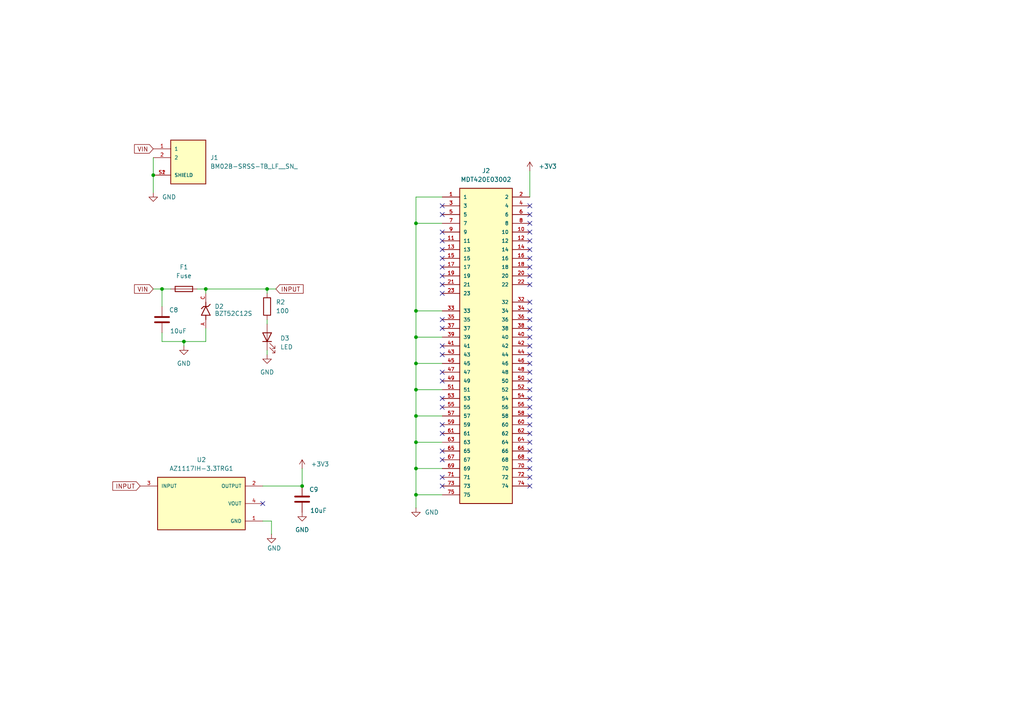
<source format=kicad_sch>
(kicad_sch (version 20231120) (generator "eeschema") (generator_version "8.0")
  (paper "A4")
  (lib_symbols
    (symbol "AZ1117IH-3.3TRG1:AZ1117IH-3.3TRG1" (pin_names (offset 1.016))
      (property "Reference" "U" (at -12.7 8.128 0))
      (property "Value" "AZ1117IH-3.3TRG1" (at -12.7 -10.16 0))
      (symbol "AZ1117IH-3.3TRG1_0_0"
        (rectangle (start -12.7 -7.62) (end 12.7 7.62) (stroke (width 0.254)) (fill (type background)))
        (pin power_in line (at 17.78 -5.08 180) (length 5.08) (name "GND") (number "1"))
        (pin output line (at 17.78 5.08 180) (length 5.08) (name "OUTPUT") (number "2"))
        (pin input line (at -17.78 5.08 0) (length 5.08) (name "INPUT") (number "3"))
        (pin output line (at 17.78 0 180) (length 5.08) (name "VOUT") (number "4"))
      )
    )
    (symbol "BM02B-SRSS-TB_LF__SN_:BM02B-SRSS-TB_LF__SN_" (pin_names (offset 1.016))
      (property "Reference" "J" (at -5.08 8.382 0))
      (property "Value" "BM02B-SRSS-TB_LF__SN_" (at -5.08 -7.62 0))
      (symbol "BM02B-SRSS-TB_LF__SN__0_0"
        (rectangle (start -5.08 -5.08) (end 5.08 7.62) (stroke (width 0.254)) (fill (type background)))
        (pin passive line (at -10.16 5.08 0) (length 5.08) (name "1") (number "1"))
        (pin passive line (at -10.16 2.54 0) (length 5.08) (name "2") (number "2"))
        (pin passive line (at -10.16 -2.54 0) (length 5.08) (name "SHIELD") (number "S1"))
        (pin passive line (at -10.16 -2.54 0) (length 5.08) (name "SHIELD") (number "S2"))
      )
    )
    (symbol "BZT52C12S:BZT52C12S" (pin_names (offset 1.016))
      (property "Reference" "D" (at -5.08 2.54 0))
      (property "Value" "BZT52C12S" (at -5.08 -3.81 0))
      (symbol "BZT52C12S_0_0"
        (polyline (pts (xy -2.54 0) (xy -1.27 0)) (stroke (width 0.254)))
        (polyline (pts (xy -1.27 -1.27) (xy 1.27 0)) (stroke (width 0.254)))
        (polyline (pts (xy -1.27 0) (xy -1.27 -1.27)) (stroke (width 0.254)))
        (polyline (pts (xy -1.27 1.27) (xy -1.27 0)) (stroke (width 0.254)))
        (polyline (pts (xy 0.635 1.27) (xy 1.27 0.635)) (stroke (width 0.254)))
        (polyline (pts (xy 1.27 -0.635) (xy 1.905 -1.27)) (stroke (width 0.254)))
        (polyline (pts (xy 1.27 0) (xy -1.27 1.27)) (stroke (width 0.254)))
        (polyline (pts (xy 1.27 0) (xy 1.27 -0.635)) (stroke (width 0.254)))
        (polyline (pts (xy 1.27 0.635) (xy 1.27 0)) (stroke (width 0.254)))
        (polyline (pts (xy 2.54 0) (xy 1.27 0)) (stroke (width 0.254)))
        (pin passive line (at -5.08 0 0) (length 2.54) (name "~") (number "A"))
        (pin passive line (at 5.08 0 180) (length 2.54) (name "~") (number "C"))
      )
    )
    (symbol "Device:C" (pin_numbers hide) (pin_names (offset 0.254))
      (property "Reference" "C" (at 0.635 2.54 0))
      (property "Value" "C" (at 0.635 -2.54 0))
      (symbol "C_0_1"
        (polyline (pts (xy -2.032 -0.762) (xy 2.032 -0.762)) (stroke (width 0.508)))
        (polyline (pts (xy -2.032 0.762) (xy 2.032 0.762)) (stroke (width 0.508)))
      )
      (symbol "C_1_1"
        (pin passive line (at 0 3.81 270) (length 2.794) (name "~") (number "1"))
        (pin passive line (at 0 -3.81 90) (length 2.794) (name "~") (number "2"))
      )
    )
    (symbol "Device:Fuse" (pin_numbers hide) (pin_names (offset 0))
      (property "Reference" "F" (at 2.032 0 90))
      (property "Value" "Fuse" (at -1.905 0 90))
      (symbol "Fuse_0_1"
        (rectangle (start -0.762 -2.54) (end 0.762 2.54) (stroke (width 0.254)))
        (polyline (pts (xy 0 2.54) (xy 0 -2.54)))
      )
      (symbol "Fuse_1_1"
        (pin passive line (at 0 3.81 270) (length 1.27) (name "~") (number "1"))
        (pin passive line (at 0 -3.81 90) (length 1.27) (name "~") (number "2"))
      )
    )
    (symbol "Device:LED" (pin_numbers hide) (pin_names (offset 1.016) hide)
      (property "Reference" "D" (at 0 2.54 0))
      (property "Value" "LED" (at 0 -2.54 0))
      (symbol "LED_0_1"
        (polyline (pts (xy -1.27 -1.27) (xy -1.27 1.27)) (stroke (width 0.254)))
        (polyline (pts (xy -1.27 0) (xy 1.27 0)))
        (polyline (pts (xy 1.27 -1.27) (xy 1.27 1.27) (xy -1.27 0) (xy 1.27 -1.27)) (stroke (width 0.254)))
        (polyline (pts (xy -3.048 -0.762) (xy -4.572 -2.286) (xy -3.81 -2.286) (xy -4.572 -2.286) (xy -4.572 -1.524)))
        (polyline (pts (xy -1.778 -0.762) (xy -3.302 -2.286) (xy -2.54 -2.286) (xy -3.302 -2.286) (xy -3.302 -1.524)))
      )
      (symbol "LED_1_1"
        (pin passive line (at -3.81 0 0) (length 2.54) (name "K") (number "1"))
        (pin passive line (at 3.81 0 180) (length 2.54) (name "A") (number "2"))
      )
    )
    (symbol "Device:R" (pin_numbers hide) (pin_names (offset 0))
      (property "Reference" "R" (at 2.032 0 90))
      (property "Value" "R" (at 0 0 90))
      (symbol "R_0_1"
        (rectangle (start -1.016 -2.54) (end 1.016 2.54) (stroke (width 0.254)))
      )
      (symbol "R_1_1"
        (pin passive line (at 0 3.81 270) (length 1.27) (name "~") (number "1"))
        (pin passive line (at 0 -3.81 90) (length 1.27) (name "~") (number "2"))
      )
    )
    (symbol "MDT420E03002:MDT420E03002" (pin_names (offset 1.016))
      (property "Reference" "J" (at -7.62 46.482 0))
      (property "Value" "MDT420E03002" (at -7.62 -48.26 0))
      (symbol "MDT420E03002_0_0"
        (rectangle (start -7.62 -45.72) (end 7.62 45.72) (stroke (width 0.254)) (fill (type background)))
        (pin passive line (at -12.7 43.18 0) (length 5.08) (name "1") (number "1"))
        (pin passive line (at 12.7 33.02 180) (length 5.08) (name "10") (number "10"))
        (pin passive line (at -12.7 30.48 0) (length 5.08) (name "11") (number "11"))
        (pin passive line (at 12.7 30.48 180) (length 5.08) (name "12") (number "12"))
        (pin passive line (at -12.7 27.94 0) (length 5.08) (name "13") (number "13"))
        (pin passive line (at 12.7 27.94 180) (length 5.08) (name "14") (number "14"))
        (pin passive line (at -12.7 25.4 0) (length 5.08) (name "15") (number "15"))
        (pin passive line (at 12.7 25.4 180) (length 5.08) (name "16") (number "16"))
        (pin passive line (at -12.7 22.86 0) (length 5.08) (name "17") (number "17"))
        (pin passive line (at 12.7 22.86 180) (length 5.08) (name "18") (number "18"))
        (pin passive line (at -12.7 20.32 0) (length 5.08) (name "19") (number "19"))
        (pin passive line (at 12.7 43.18 180) (length 5.08) (name "2") (number "2"))
        (pin passive line (at 12.7 20.32 180) (length 5.08) (name "20") (number "20"))
        (pin passive line (at -12.7 17.78 0) (length 5.08) (name "21") (number "21"))
        (pin passive line (at 12.7 17.78 180) (length 5.08) (name "22") (number "22"))
        (pin passive line (at -12.7 15.24 0) (length 5.08) (name "23") (number "23"))
        (pin passive line (at -12.7 40.64 0) (length 5.08) (name "3") (number "3"))
        (pin passive line (at 12.7 12.7 180) (length 5.08) (name "32") (number "32"))
        (pin passive line (at -12.7 10.16 0) (length 5.08) (name "33") (number "33"))
        (pin passive line (at 12.7 10.16 180) (length 5.08) (name "34") (number "34"))
        (pin passive line (at -12.7 7.62 0) (length 5.08) (name "35") (number "35"))
        (pin passive line (at 12.7 7.62 180) (length 5.08) (name "36") (number "36"))
        (pin passive line (at -12.7 5.08 0) (length 5.08) (name "37") (number "37"))
        (pin passive line (at 12.7 5.08 180) (length 5.08) (name "38") (number "38"))
        (pin passive line (at -12.7 2.54 0) (length 5.08) (name "39") (number "39"))
        (pin passive line (at 12.7 40.64 180) (length 5.08) (name "4") (number "4"))
        (pin passive line (at 12.7 2.54 180) (length 5.08) (name "40") (number "40"))
        (pin passive line (at -12.7 0 0) (length 5.08) (name "41") (number "41"))
        (pin passive line (at 12.7 0 180) (length 5.08) (name "42") (number "42"))
        (pin passive line (at -12.7 -2.54 0) (length 5.08) (name "43") (number "43"))
        (pin passive line (at 12.7 -2.54 180) (length 5.08) (name "44") (number "44"))
        (pin passive line (at -12.7 -5.08 0) (length 5.08) (name "45") (number "45"))
        (pin passive line (at 12.7 -5.08 180) (length 5.08) (name "46") (number "46"))
        (pin passive line (at -12.7 -7.62 0) (length 5.08) (name "47") (number "47"))
        (pin passive line (at 12.7 -7.62 180) (length 5.08) (name "48") (number "48"))
        (pin passive line (at -12.7 -10.16 0) (length 5.08) (name "49") (number "49"))
        (pin passive line (at -12.7 38.1 0) (length 5.08) (name "5") (number "5"))
        (pin passive line (at 12.7 -10.16 180) (length 5.08) (name "50") (number "50"))
        (pin passive line (at -12.7 -12.7 0) (length 5.08) (name "51") (number "51"))
        (pin passive line (at 12.7 -12.7 180) (length 5.08) (name "52") (number "52"))
        (pin passive line (at -12.7 -15.24 0) (length 5.08) (name "53") (number "53"))
        (pin passive line (at 12.7 -15.24 180) (length 5.08) (name "54") (number "54"))
        (pin passive line (at -12.7 -17.78 0) (length 5.08) (name "55") (number "55"))
        (pin passive line (at 12.7 -17.78 180) (length 5.08) (name "56") (number "56"))
        (pin passive line (at -12.7 -20.32 0) (length 5.08) (name "57") (number "57"))
        (pin passive line (at 12.7 -20.32 180) (length 5.08) (name "58") (number "58"))
        (pin passive line (at -12.7 -22.86 0) (length 5.08) (name "59") (number "59"))
        (pin passive line (at 12.7 38.1 180) (length 5.08) (name "6") (number "6"))
        (pin passive line (at 12.7 -22.86 180) (length 5.08) (name "60") (number "60"))
        (pin passive line (at -12.7 -25.4 0) (length 5.08) (name "61") (number "61"))
        (pin passive line (at 12.7 -25.4 180) (length 5.08) (name "62") (number "62"))
        (pin passive line (at -12.7 -27.94 0) (length 5.08) (name "63") (number "63"))
        (pin passive line (at 12.7 -27.94 180) (length 5.08) (name "64") (number "64"))
        (pin passive line (at -12.7 -30.48 0) (length 5.08) (name "65") (number "65"))
        (pin passive line (at 12.7 -30.48 180) (length 5.08) (name "66") (number "66"))
        (pin passive line (at -12.7 -33.02 0) (length 5.08) (name "67") (number "67"))
        (pin passive line (at 12.7 -33.02 180) (length 5.08) (name "68") (number "68"))
        (pin passive line (at -12.7 -35.56 0) (length 5.08) (name "69") (number "69"))
        (pin passive line (at -12.7 35.56 0) (length 5.08) (name "7") (number "7"))
        (pin passive line (at 12.7 -35.56 180) (length 5.08) (name "70") (number "70"))
        (pin passive line (at -12.7 -38.1 0) (length 5.08) (name "71") (number "71"))
        (pin passive line (at 12.7 -38.1 180) (length 5.08) (name "72") (number "72"))
        (pin passive line (at -12.7 -40.64 0) (length 5.08) (name "73") (number "73"))
        (pin passive line (at 12.7 -40.64 180) (length 5.08) (name "74") (number "74"))
        (pin passive line (at -12.7 -43.18 0) (length 5.08) (name "75") (number "75"))
        (pin passive line (at 12.7 35.56 180) (length 5.08) (name "8") (number "8"))
        (pin passive line (at -12.7 33.02 0) (length 5.08) (name "9") (number "9"))
      )
    )
    (symbol "power:+3V3" (power) (pin_numbers hide) (pin_names (offset 0) hide)
      (property "Value" "+3V3" (at 0 3.556 0))
      (symbol "+3V3_0_1"
        (polyline (pts (xy -0.762 1.27) (xy 0 2.54)))
        (polyline (pts (xy 0 0) (xy 0 2.54)))
        (polyline (pts (xy 0 2.54) (xy 0.762 1.27)))
      )
      (symbol "+3V3_1_1"
        (pin power_in line (at 0 0 90) (length 0) (name "~") (number "1"))
      )
    )
    (symbol "power:GND" (power) (pin_names (offset 0))
      (property "Value" "GND" (at 0 -3.81 0))
      (symbol "GND_0_1"
        (polyline (pts (xy 0 0) (xy 0 -1.27) (xy 1.27 -1.27) (xy 0 -2.54) (xy -1.27 -1.27) (xy 0 -1.27)))
      )
      (symbol "GND_1_1"
        (pin power_in line (at 0 0 270) (length 0) hide (name "GND") (number "1"))
      )
    )
    (symbol "power:GND1" (power) (pin_numbers hide) (pin_names (offset 0) hide)
      (property "Value" "GND1" (at 0 -3.81 0))
      (symbol "GND1_0_1"
        (polyline (pts (xy 0 0) (xy 0 -1.27) (xy 1.27 -1.27) (xy 0 -2.54) (xy -1.27 -1.27) (xy 0 -1.27)))
      )
      (symbol "GND1_1_1"
        (pin power_in line (at 0 0 270) (length 0) (name "~") (number "1"))
      )
    )
  )
  (junction (at 59.69 83.82))
  (junction (at 120.65 64.77))
  (junction (at 44.45 50.8))
  (junction (at 87.63 140.97))
  (junction (at 120.65 143.51))
  (junction (at 120.65 97.79))
  (junction (at 120.65 128.27))
  (junction (at 53.34 99.06))
  (junction (at 120.65 90.17))
  (junction (at 46.99 83.82))
  (junction (at 120.65 105.41))
  (junction (at 120.65 120.65))
  (junction (at 120.65 135.89))
  (junction (at 77.47 83.82))
  (junction (at 120.65 113.03))
  (no_connect (at 128.27 123.19))
  (no_connect (at 128.27 138.43))
  (no_connect (at 128.27 100.33))
  (no_connect (at 128.27 85.09))
  (no_connect (at 153.67 59.69))
  (no_connect (at 153.67 74.93))
  (no_connect (at 128.27 107.95))
  (no_connect (at 153.67 105.41))
  (no_connect (at 128.27 62.23))
  (no_connect (at 128.27 133.35))
  (no_connect (at 128.27 80.01))
  (no_connect (at 153.67 123.19))
  (no_connect (at 153.67 135.89))
  (no_connect (at 128.27 77.47))
  (no_connect (at 153.67 133.35))
  (no_connect (at 153.67 62.23))
  (no_connect (at 153.67 95.25))
  (no_connect (at 153.67 90.17))
  (no_connect (at 153.67 92.71))
  (no_connect (at 153.67 115.57))
  (no_connect (at 153.67 113.03))
  (no_connect (at 153.67 87.63))
  (no_connect (at 153.67 77.47))
  (no_connect (at 128.27 59.69))
  (no_connect (at 153.67 64.77))
  (no_connect (at 153.67 82.55))
  (no_connect (at 153.67 107.95))
  (no_connect (at 128.27 130.81))
  (no_connect (at 153.67 140.97))
  (no_connect (at 153.67 69.85))
  (no_connect (at 153.67 100.33))
  (no_connect (at 128.27 69.85))
  (no_connect (at 128.27 95.25))
  (no_connect (at 128.27 115.57))
  (no_connect (at 128.27 140.97))
  (no_connect (at 128.27 82.55))
  (no_connect (at 153.67 130.81))
  (no_connect (at 128.27 110.49))
  (no_connect (at 128.27 118.11))
  (no_connect (at 153.67 97.79))
  (no_connect (at 153.67 120.65))
  (no_connect (at 128.27 72.39))
  (no_connect (at 153.67 102.87))
  (no_connect (at 128.27 102.87))
  (no_connect (at 153.67 72.39))
  (no_connect (at 128.27 92.71))
  (no_connect (at 153.67 125.73))
  (no_connect (at 128.27 74.93))
  (no_connect (at 76.2 146.05))
  (no_connect (at 153.67 138.43))
  (no_connect (at 153.67 80.01))
  (no_connect (at 128.27 67.31))
  (no_connect (at 153.67 110.49))
  (no_connect (at 128.27 125.73))
  (no_connect (at 153.67 128.27))
  (no_connect (at 153.67 67.31))
  (no_connect (at 153.67 118.11))
  (wire (pts (xy 77.47 102.87) (xy 77.47 101.6)))
  (wire (pts (xy 44.45 83.82) (xy 46.99 83.82)))
  (wire (pts (xy 120.65 143.51) (xy 128.27 143.51)))
  (wire (pts (xy 77.47 83.82) (xy 80.01 83.82)))
  (wire (pts (xy 120.65 128.27) (xy 128.27 128.27)))
  (wire (pts (xy 120.65 105.41) (xy 128.27 105.41)))
  (wire (pts (xy 59.69 83.82) (xy 57.15 83.82)))
  (wire (pts (xy 120.65 64.77) (xy 120.65 90.17)))
  (wire (pts (xy 59.69 95.25) (xy 59.69 99.06)))
  (wire (pts (xy 120.65 147.32) (xy 120.65 143.51)))
  (wire (pts (xy 77.47 85.09) (xy 77.47 83.82)))
  (wire (pts (xy 120.65 120.65) (xy 120.65 128.27)))
  (wire (pts (xy 120.65 64.77) (xy 128.27 64.77)))
  (wire (pts (xy 120.65 90.17) (xy 128.27 90.17)))
  (wire (pts (xy 120.65 57.15) (xy 120.65 64.77)))
  (wire (pts (xy 87.63 135.89) (xy 87.63 140.97)))
  (wire (pts (xy 46.99 99.06) (xy 53.34 99.06)))
  (wire (pts (xy 120.65 128.27) (xy 120.65 135.89)))
  (wire (pts (xy 53.34 99.06) (xy 59.69 99.06)))
  (wire (pts (xy 120.65 135.89) (xy 120.65 143.51)))
  (wire (pts (xy 120.65 135.89) (xy 128.27 135.89)))
  (wire (pts (xy 120.65 97.79) (xy 128.27 97.79)))
  (wire (pts (xy 120.65 97.79) (xy 120.65 105.41)))
  (wire (pts (xy 120.65 120.65) (xy 128.27 120.65)))
  (wire (pts (xy 78.74 151.13) (xy 76.2 151.13)))
  (wire (pts (xy 44.45 55.88) (xy 44.45 50.8)))
  (wire (pts (xy 120.65 105.41) (xy 120.65 113.03)))
  (wire (pts (xy 44.45 45.72) (xy 44.45 50.8)))
  (wire (pts (xy 120.65 113.03) (xy 120.65 120.65)))
  (wire (pts (xy 46.99 83.82) (xy 49.53 83.82)))
  (wire (pts (xy 59.69 83.82) (xy 59.69 85.09)))
  (wire (pts (xy 153.67 49.53) (xy 153.67 57.15)))
  (wire (pts (xy 120.65 57.15) (xy 128.27 57.15)))
  (wire (pts (xy 76.2 140.97) (xy 87.63 140.97)))
  (wire (pts (xy 120.65 113.03) (xy 128.27 113.03)))
  (wire (pts (xy 46.99 88.9) (xy 46.99 83.82)))
  (wire (pts (xy 78.74 154.94) (xy 78.74 151.13)))
  (wire (pts (xy 59.69 83.82) (xy 77.47 83.82)))
  (wire (pts (xy 46.99 96.52) (xy 46.99 99.06)))
  (wire (pts (xy 120.65 90.17) (xy 120.65 97.79)))
  (wire (pts (xy 53.34 100.33) (xy 53.34 99.06)))
  (wire (pts (xy 77.47 92.71) (xy 77.47 93.98)))
  (global_label "INPUT" (shape input) (at 80.01 83.82 0) (property "Intersheetrefs" "${INTERSHEET_REFS}" (effects (hide yes))))
  (global_label "VIN" (shape input) (at 44.45 43.18 180) (property "Intersheetrefs" "${INTERSHEET_REFS}" (effects (hide yes))))
  (global_label "VIN" (shape input) (at 44.45 83.82 180) (property "Intersheetrefs" "${INTERSHEET_REFS}" (effects (hide yes))))
  (global_label "INPUT" (shape input) (at 40.64 140.97 180) (property "Intersheetrefs" "${INTERSHEET_REFS}" (effects (hide yes))))
  (symbol (lib_id "power:+3V3") (at 87.63 135.89 0) (unit 1)
    (property "Reference" "#PWR02" (effects (hide yes)))
    (property "Value" "+3V3" (at 90.17 134.6199 0) (effects (justify left)))
    (property "Description" "Power symbol creates a global label with name \"+3V3\"" (effects (hide yes)))
  )
  (symbol (lib_id "Device:R") (at 77.47 88.9 0) (unit 1)
    (property "Reference" "R2" (at 80.01 87.6299 0) (effects (justify left)))
    (property "Value" "100" (at 80.01 90.1699 0) (effects (justify left)))
    (property "Footprint" "Resistor_SMD:R_0603_1608Metric" (effects (hide yes)))
    (property "Description" "Resistor" (effects (hide yes)))
  )
  (symbol (lib_id "power:GND") (at 53.34 100.33 0) (unit 1)
    (property "Reference" "#PWR06" (effects (hide yes)))
    (property "Value" "GND" (at 53.34 105.41 0))
  )
  (symbol (lib_id "power:+3V3") (at 153.67 49.53 0) (unit 1)
    (property "Reference" "#PWR013" (effects (hide yes)))
    (property "Value" "+3V3" (at 156.21 48.2599 0) (effects (justify left)))
    (property "Description" "Power symbol creates a global label with name \"+3V3\"" (effects (hide yes)))
  )
  (symbol (lib_id "Device:C") (at 46.99 92.71 0) (unit 1)
    (property "Reference" "C8" (at 49.022 89.916 0) (effects (justify left)))
    (property "Value" "10uF" (at 49.276 96.012 0) (effects (justify left)))
    (property "Footprint" "Capacitor_SMD:C_1206_3216Metric" (effects (hide yes)))
    (property "Description" "Unpolarized capacitor" (effects (hide yes)))
  )
  (symbol (lib_id "power:GND1") (at 44.45 55.88 0) (unit 1)
    (property "Reference" "#PWR01" (effects (hide yes)))
    (property "Value" "GND" (at 46.99 57.1499 0) (effects (justify left)))
    (property "Description" "Power symbol creates a global label with name \"GND1\" , ground" (effects (hide yes)))
  )
  (symbol (lib_id "power:GND1") (at 120.65 147.32 0) (unit 1)
    (property "Reference" "#PWR010" (effects (hide yes)))
    (property "Value" "GND" (at 123.19 148.5899 0) (effects (justify left)))
    (property "Description" "Power symbol creates a global label with name \"GND1\" , ground" (effects (hide yes)))
  )
  (symbol (lib_id "Device:C") (at 87.63 144.78 0) (unit 1)
    (property "Reference" "C9" (at 89.662 141.986 0) (effects (justify left)))
    (property "Value" "10uF" (at 89.916 148.082 0) (effects (justify left)))
    (property "Footprint" "Capacitor_SMD:C_1206_3216Metric" (effects (hide yes)))
    (property "Description" "Unpolarized capacitor" (effects (hide yes)))
  )
  (symbol (lib_id "BZT52C12S:BZT52C12S") (at 59.69 90.17 90) (unit 1)
    (property "Reference" "D2" (at 62.23 88.8999 90) (effects (justify right)))
    (property "Value" "BZT52C12S" (at 62.23 90.932 90) (effects (justify right)))
    (property "Footprint" "BZT52C12S:DIO_BZT52C12S" (effects (hide yes)))
    (property "MF" "Taiwan Semiconductor" (effects (hide yes)))
    (property "MAXIMUM_PACKAGE_HEIGHT" "1.1mm" (effects (hide yes)))
    (property "Package" "SOD-323F-2 Taiwan Semiconductor" (effects (hide yes)))
    (property "Price" "None" (effects (hide yes)))
    (property "Check_prices" "https://www.snapeda.com/parts/BZT52C12S/Taiwan+Semiconductor/view-part/?ref=eda" (effects (hide yes)))
    (property "STANDARD" "Manufacturer Recommendations" (effects (hide yes)))
    (property "PARTREV" "H2212" (effects (hide yes)))
    (property "SnapEDA_Link" "https://www.snapeda.com/parts/BZT52C12S/Taiwan+Semiconductor/view-part/?ref=snap" (effects (hide yes)))
    (property "MP" "BZT52C12S" (effects (hide yes)))
    (property "Description_1" "\n                        \n                            Zener Diode Single 12V 5% 25Ohm 200mW 2-Pin SOD-323F T/R\n                        \n" (effects (hide yes)))
    (property "SNAPEDA_PN" "UDZS3V6B RRG" (effects (hide yes)))
    (property "Availability" "In Stock" (effects (hide yes)))
    (property "MANUFACTURER" "Taiwan Semiconductor" (effects (hide yes)))
  )
  (symbol (lib_id "Device:LED") (at 77.47 97.79 90) (unit 1)
    (property "Reference" "D3" (at 81.28 98.1074 90) (effects (justify right)))
    (property "Value" "LED" (at 81.28 100.6474 90) (effects (justify right)))
    (property "Footprint" "LED_SMD:LED_0402_1005Metric" (effects (hide yes)))
    (property "Description" "Light emitting diode" (effects (hide yes)))
  )
  (symbol (lib_id "power:GND") (at 87.63 148.59 0) (unit 1)
    (property "Reference" "#PWR05" (effects (hide yes)))
    (property "Value" "GND" (at 87.63 153.67 0))
  )
  (symbol (lib_id "MDT420E03002:MDT420E03002") (at 140.97 100.33 0) (unit 1)
    (property "Reference" "J2" (at 140.97 49.53 0))
    (property "Value" "MDT420E03002" (at 140.97 52.07 0))
    (property "Footprint" "MDT420E03002:AMPHENOL_MDT420E03002" (effects (hide yes)))
    (property "MF" "Amphenol" (effects (hide yes)))
    (property "MAXIMUM_PACKAGE_HEIGHT" "5.8mm" (effects (hide yes)))
    (property "Package" "None" (effects (hide yes)))
    (property "Price" "None" (effects (hide yes)))
    (property "Check_prices" "https://www.snapeda.com/parts/MDT420E03002/Amphenol/view-part/?ref=eda" (effects (hide yes)))
    (property "STANDARD" "Manufacturer Recommendations" (effects (hide yes)))
    (property "PARTREV" "3" (effects (hide yes)))
    (property "SnapEDA_Link" "https://www.snapeda.com/parts/MDT420E03002/Amphenol/view-part/?ref=snap" (effects (hide yes)))
    (property "MP" "MDT420E03002" (effects (hide yes)))
    (property "Description_1" "\n                        \n                            PCIe M.2 Connectors, Storage and Server Connector, P=0.5mm, H=4.2mm, Key E,Gold Plating\n                        \n" (effects (hide yes)))
    (property "Availability" "In Stock" (effects (hide yes)))
    (property "MANUFACTURER" "Amphenol" (effects (hide yes)))
  )
  (symbol (lib_id "Device:Fuse") (at 53.34 83.82 90) (unit 1)
    (property "Reference" "F1" (at 53.34 77.47 90))
    (property "Value" "Fuse" (at 53.34 80.01 90))
    (property "Footprint" "Fuse:Fuse_0402_1005Metric_Pad0.77x0.64mm_HandSolder" (effects (hide yes)))
    (property "Description" "Fuse" (effects (hide yes)))
  )
  (symbol (lib_id "BM02B-SRSS-TB_LF__SN_:BM02B-SRSS-TB_LF__SN_") (at 54.61 48.26 0) (unit 1)
    (property "Reference" "J1" (at 60.96 45.7199 0) (effects (justify left)))
    (property "Value" "BM02B-SRSS-TB_LF__SN_" (at 60.96 48.2599 0) (effects (justify left)))
    (property "Footprint" "BM02B-SRSS-TB_LF__SN_:JST_BM02B-SRSS-TB_LF__SN_" (effects (hide yes)))
    (property "MF" "JST Sales America Inc." (effects (hide yes)))
    (property "MAXIMUM_PACKAGE_HEIGHT" "6.3 mm" (effects (hide yes)))
    (property "Package" "None" (effects (hide yes)))
    (property "Price" "None" (effects (hide yes)))
    (property "Check_prices" "https://www.snapeda.com/parts/BM02B-SRSS-TB(LF)(SN)/JST/view-part/?ref=eda" (effects (hide yes)))
    (property "STANDARD" "Manufacturer Recommendations" (effects (hide yes)))
    (property "PARTREV" "N/A" (effects (hide yes)))
    (property "SnapEDA_Link" "https://www.snapeda.com/parts/BM02B-SRSS-TB(LF)(SN)/JST/view-part/?ref=snap" (effects (hide yes)))
    (property "MP" "BM02B-SRSS-TB(LF)(SN)" (effects (hide yes)))
    (property "Description_1" "\n                        \n                            Conn Shrouded Header (4 Sides) HDR 2 POS 1mm Solder ST Top Entry SMD T/R\n                        \n" (effects (hide yes)))
    (property "MANUFACTURER" "JST Sales America Inc." (effects (hide yes)))
    (property "Availability" "In Stock" (effects (hide yes)))
    (property "SNAPEDA_PN" "BM02B-SRSS-TB(LF)(SN)" (effects (hide yes)))
  )
  (symbol (lib_id "power:GND") (at 77.47 102.87 0) (unit 1)
    (property "Reference" "#PWR03" (effects (hide yes)))
    (property "Value" "GND" (at 77.47 107.95 0))
  )
  (symbol (lib_id "power:GND1") (at 78.74 154.94 0) (unit 1)
    (property "Reference" "#PWR04" (effects (hide yes)))
    (property "Value" "GND" (at 77.47 159.004 0) (effects (justify left)))
    (property "Description" "Power symbol creates a global label with name \"GND1\" , ground" (effects (hide yes)))
  )
  (symbol (lib_id "AZ1117IH-3.3TRG1:AZ1117IH-3.3TRG1") (at 58.42 146.05 0) (unit 1)
    (property "Reference" "U2" (at 58.42 133.35 0))
    (property "Value" "AZ1117IH-3.3TRG1" (at 58.42 135.89 0))
    (property "Footprint" "AZ1117IH-3.3TRG1:SOT230P700X185-4N" (effects (hide yes)))
    (property "MF" "Diodes Inc." (effects (hide yes)))
    (property "SNAPEDA_PACKAGE_ID" "6532" (effects (hide yes)))
    (property "MAXIMUM_PACKAGE_HEIGHT" "1.85 mm" (effects (hide yes)))
    (property "Price" "None" (effects (hide yes)))
    (property "Package" "SOT-223 Diodes Inc." (effects (hide yes)))
    (property "Check_prices" "https://www.snapeda.com/parts/AZ1117IH-3.3TRG1/Diodes+Inc./view-part/?ref=eda" (effects (hide yes)))
    (property "STANDARD" "IPC 7351B" (effects (hide yes)))
    (property "PARTREV" "2-2" (effects (hide yes)))
    (property "SnapEDA_Link" "https://www.snapeda.com/parts/AZ1117IH-3.3TRG1/Diodes+Inc./view-part/?ref=snap" (effects (hide yes)))
    (property "MP" "AZ1117IH-3.3TRG1" (effects (hide yes)))
    (property "Description_1" "\n                        \n                            Linear Voltage Regulator IC Positive Fixed 1 Output  1A SOT-223-3\n                        \n" (effects (hide yes)))
    (property "MANUFACTURER" "Diodes Inc." (effects (hide yes)))
    (property "Availability" "In Stock" (effects (hide yes)))
    (property "SNAPEDA_PN" "AZ1117IH-3.3TRG1" (effects (hide yes)))
  )
)
</source>
